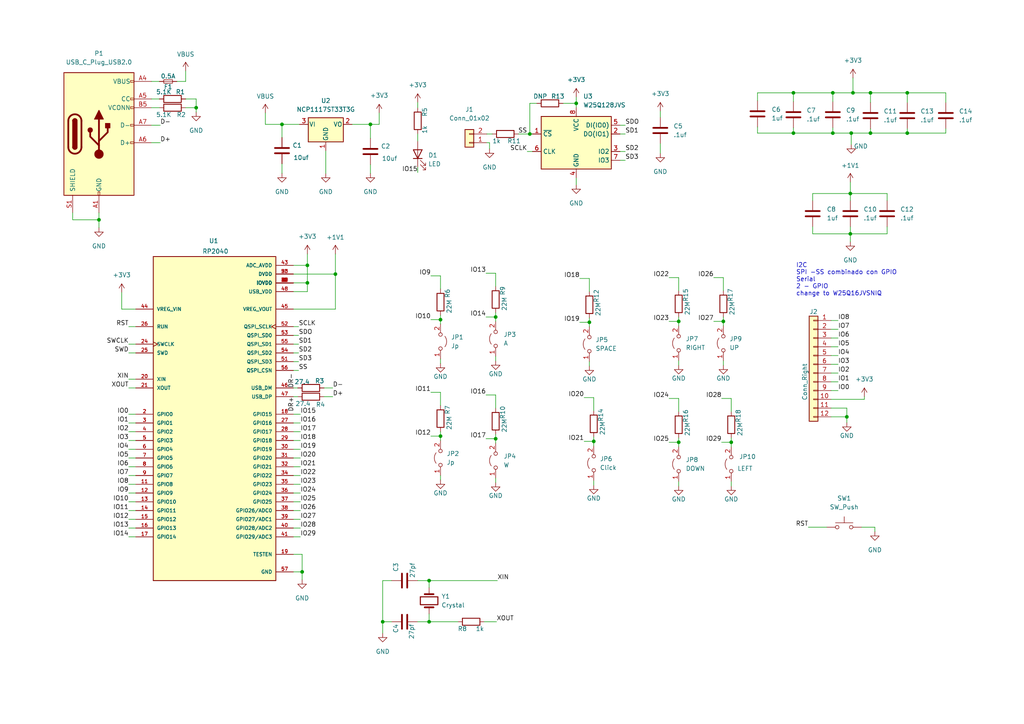
<source format=kicad_sch>
(kicad_sch (version 20211123) (generator eeschema)
  (paper "A4")
  (lib_symbols
    (symbol "Connector:USB_C_Plug_USB2.0" (pin_names (offset 1.016))
      (property "Reference" "P" (at -10.16 19.05 0))
      (property "Value" "USB_C_Plug_USB2.0" (at 12.7 19.05 0))
      (symbol "USB_C_Plug_USB2.0_1_1"
        (pin passive line (at 0 -22.86 90) (length 5.08) (name "GND") (number "A1"))
        (pin passive line (at 0 -22.86 90) (length 5.08) hide (name "GND") (number "A12"))
        (pin passive line (at 15.24 15.24 180) (length 5.08) (name "VBUS") (number "A4"))
        (pin bidirectional line (at 15.24 10.16 180) (length 5.08) (name "CC") (number "A5"))
        (pin bidirectional line (at 15.24 -2.54 180) (length 5.08) (name "D+") (number "A6"))
        (pin bidirectional line (at 15.24 2.54 180) (length 5.08) (name "D-") (number "A7"))
        (pin passive line (at 15.24 15.24 180) (length 5.08) hide (name "VBUS") (number "A9"))
        (pin passive line (at 0 -22.86 90) (length 5.08) hide (name "GND") (number "B1"))
        (pin passive line (at 0 -22.86 90) (length 5.08) hide (name "GND") (number "B12"))
        (pin passive line (at 15.24 15.24 180) (length 5.08) hide (name "VBUS") (number "B4"))
        (pin bidirectional line (at 15.24 7.62 180) (length 5.08) (name "VCONN") (number "B5"))
        (pin passive line (at 15.24 15.24 180) (length 5.08) hide (name "VBUS") (number "B9"))
        (pin passive line (at -7.62 -22.86 90) (length 5.08) (name "SHIELD") (number "S1"))
      )
    )
    (symbol "Connector_Generic:Conn_01x02" (pin_names (offset 1.016) hide)
      (property "Reference" "J" (at 0 2.54 0))
      (property "Value" "Conn_01x02" (at 0 -5.08 0))
      (symbol "Conn_01x02_1_1"
        (pin passive line (at -5.08 0 0) (length 3.81) (name "Pin_1") (number "1"))
        (pin passive line (at -5.08 -2.54 0) (length 3.81) (name "Pin_2") (number "2"))
      )
    )
    (symbol "Connector_Generic:Conn_01x12" (pin_names (offset 1.016) hide)
      (property "Reference" "J" (at 0 15.24 0))
      (property "Value" "Conn_01x12" (at 0 -17.78 0))
      (symbol "Conn_01x12_1_1"
        (pin passive line (at -5.08 12.7 0) (length 3.81) (name "Pin_1") (number "1"))
        (pin passive line (at -5.08 -10.16 0) (length 3.81) (name "Pin_10") (number "10"))
        (pin passive line (at -5.08 -12.7 0) (length 3.81) (name "Pin_11") (number "11"))
        (pin passive line (at -5.08 -15.24 0) (length 3.81) (name "Pin_12") (number "12"))
        (pin passive line (at -5.08 10.16 0) (length 3.81) (name "Pin_2") (number "2"))
        (pin passive line (at -5.08 7.62 0) (length 3.81) (name "Pin_3") (number "3"))
        (pin passive line (at -5.08 5.08 0) (length 3.81) (name "Pin_4") (number "4"))
        (pin passive line (at -5.08 2.54 0) (length 3.81) (name "Pin_5") (number "5"))
        (pin passive line (at -5.08 0 0) (length 3.81) (name "Pin_6") (number "6"))
        (pin passive line (at -5.08 -2.54 0) (length 3.81) (name "Pin_7") (number "7"))
        (pin passive line (at -5.08 -5.08 0) (length 3.81) (name "Pin_8") (number "8"))
        (pin passive line (at -5.08 -7.62 0) (length 3.81) (name "Pin_9") (number "9"))
      )
    )
    (symbol "Device:C" (pin_numbers hide) (pin_names (offset 0.254))
      (property "Reference" "C" (at 0.635 2.54 0))
      (property "Value" "C" (at 0.635 -2.54 0))
      (symbol "C_1_1"
        (pin passive line (at 0 3.81 270) (length 2.794) (name "~") (number "1"))
        (pin passive line (at 0 -3.81 90) (length 2.794) (name "~") (number "2"))
      )
    )
    (symbol "Device:Crystal" (pin_numbers hide) (pin_names (offset 1.016) hide)
      (property "Reference" "Y" (at 0 3.81 0))
      (property "Value" "Crystal" (at 0 -3.81 0))
      (symbol "Crystal_1_1"
        (pin passive line (at -3.81 0 0) (length 1.27) (name "1") (number "1"))
        (pin passive line (at 3.81 0 180) (length 1.27) (name "2") (number "2"))
      )
    )
    (symbol "Device:Fuse_Small" (pin_numbers hide) (pin_names (offset 0.254) hide)
      (property "Reference" "F" (at 0 -1.524 0))
      (property "Value" "Fuse_Small" (at 0 1.524 0))
      (symbol "Fuse_Small_1_1"
        (pin passive line (at -2.54 0 0) (length 1.27) (name "~") (number "1"))
        (pin passive line (at 2.54 0 180) (length 1.27) (name "~") (number "2"))
      )
    )
    (symbol "Device:LED" (pin_numbers hide) (pin_names (offset 1.016) hide)
      (property "Reference" "D" (at 0 2.54 0))
      (property "Value" "LED" (at 0 -2.54 0))
      (symbol "LED_1_1"
        (pin passive line (at -3.81 0 0) (length 2.54) (name "K") (number "1"))
        (pin passive line (at 3.81 0 180) (length 2.54) (name "A") (number "2"))
      )
    )
    (symbol "Device:R" (pin_numbers hide) (pin_names (offset 0))
      (property "Reference" "R" (at 2.032 0 90))
      (property "Value" "R" (at 0 0 90))
      (symbol "R_1_1"
        (pin passive line (at 0 3.81 270) (length 1.27) (name "~") (number "1"))
        (pin passive line (at 0 -3.81 90) (length 1.27) (name "~") (number "2"))
      )
    )
    (symbol "Jumper:Jumper_2_Open" (pin_names (offset 0) hide)
      (property "Reference" "JP" (at 0 2.794 0))
      (property "Value" "Jumper_2_Open" (at 0 -2.286 0))
      (symbol "Jumper_2_Open_1_1"
        (pin passive line (at -5.08 0 0) (length 2.54) (name "A") (number "1"))
        (pin passive line (at 5.08 0 180) (length 2.54) (name "B") (number "2"))
      )
    )
    (symbol "Memory_Flash:W25Q128JVS"
      (property "Reference" "U" (at -8.89 8.89 0))
      (property "Value" "W25Q128JVS" (at 7.62 8.89 0))
      (symbol "W25Q128JVS_1_1"
        (pin input line (at -12.7 2.54 0) (length 2.54) (name "~{CS}") (number "1"))
        (pin bidirectional line (at 12.7 2.54 180) (length 2.54) (name "DO(IO1)") (number "2"))
        (pin bidirectional line (at 12.7 -2.54 180) (length 2.54) (name "IO2") (number "3"))
        (pin power_in line (at 0 -10.16 90) (length 2.54) (name "GND") (number "4"))
        (pin bidirectional line (at 12.7 5.08 180) (length 2.54) (name "DI(IO0)") (number "5"))
        (pin input line (at -12.7 -2.54 0) (length 2.54) (name "CLK") (number "6"))
        (pin bidirectional line (at 12.7 -5.08 180) (length 2.54) (name "IO3") (number "7"))
        (pin power_in line (at 0 10.16 270) (length 2.54) (name "VCC") (number "8"))
      )
    )
    (symbol "RP2040:RP2040" (pin_names (offset 1.016))
      (property "Reference" "U" (at -17.78 50.8 0))
      (property "Value" "RP2040" (at -17.78 -48.26 0))
      (symbol "RP2040_0_0"
        (pin power_in line (at 22.86 40.64 180) (length 5.08) (name "IOVDD") (number "1"))
        (pin power_in line (at 22.86 40.64 180) (length 5.08) (name "IOVDD") (number "10"))
        (pin bidirectional line (at -22.86 -17.78 0) (length 5.08) (name "GPIO8") (number "11"))
        (pin bidirectional line (at -22.86 -20.32 0) (length 5.08) (name "GPIO9") (number "12"))
        (pin bidirectional line (at -22.86 -22.86 0) (length 5.08) (name "GPIO10") (number "13"))
        (pin bidirectional line (at -22.86 -25.4 0) (length 5.08) (name "GPIO11") (number "14"))
        (pin bidirectional line (at -22.86 -27.94 0) (length 5.08) (name "GPIO12") (number "15"))
        (pin bidirectional line (at -22.86 -30.48 0) (length 5.08) (name "GPIO13") (number "16"))
        (pin bidirectional line (at -22.86 -33.02 0) (length 5.08) (name "GPIO14") (number "17"))
        (pin bidirectional line (at 22.86 2.54 180) (length 5.08) (name "GPIO15") (number "18"))
        (pin passive line (at 22.86 -38.1 180) (length 5.08) (name "TESTEN") (number "19"))
        (pin bidirectional line (at -22.86 2.54 0) (length 5.08) (name "GPIO0") (number "2"))
        (pin input line (at -22.86 12.7 0) (length 5.08) (name "XIN") (number "20"))
        (pin output line (at -22.86 10.16 0) (length 5.08) (name "XOUT") (number "21"))
        (pin power_in line (at 22.86 40.64 180) (length 5.08) (name "IOVDD") (number "22"))
        (pin power_in line (at 22.86 43.18 180) (length 5.08) (name "DVDD") (number "23"))
        (pin input clock (at -22.86 22.86 0) (length 5.08) (name "SWCLK") (number "24"))
        (pin bidirectional line (at -22.86 20.32 0) (length 5.08) (name "SWD") (number "25"))
        (pin input line (at -22.86 27.94 0) (length 5.08) (name "RUN") (number "26"))
        (pin bidirectional line (at 22.86 0 180) (length 5.08) (name "GPIO16") (number "27"))
        (pin bidirectional line (at 22.86 -2.54 180) (length 5.08) (name "GPIO17") (number "28"))
        (pin bidirectional line (at 22.86 -5.08 180) (length 5.08) (name "GPIO18") (number "29"))
        (pin bidirectional line (at -22.86 0 0) (length 5.08) (name "GPIO1") (number "3"))
        (pin bidirectional line (at 22.86 -7.62 180) (length 5.08) (name "GPIO19") (number "30"))
        (pin bidirectional line (at 22.86 -10.16 180) (length 5.08) (name "GPIO20") (number "31"))
        (pin bidirectional line (at 22.86 -12.7 180) (length 5.08) (name "GPIO21") (number "32"))
        (pin power_in line (at 22.86 40.64 180) (length 5.08) (name "IOVDD") (number "33"))
        (pin bidirectional line (at 22.86 -15.24 180) (length 5.08) (name "GPIO22") (number "34"))
        (pin bidirectional line (at 22.86 -17.78 180) (length 5.08) (name "GPIO23") (number "35"))
        (pin bidirectional line (at 22.86 -20.32 180) (length 5.08) (name "GPIO24") (number "36"))
        (pin bidirectional line (at 22.86 -22.86 180) (length 5.08) (name "GPIO25") (number "37"))
        (pin bidirectional line (at 22.86 -25.4 180) (length 5.08) (name "GPIO26/ADC0") (number "38"))
        (pin bidirectional line (at 22.86 -27.94 180) (length 5.08) (name "GPIO27/ADC1") (number "39"))
        (pin bidirectional line (at -22.86 -2.54 0) (length 5.08) (name "GPIO2") (number "4"))
        (pin bidirectional line (at 22.86 -30.48 180) (length 5.08) (name "GPIO28/ADC2") (number "40"))
        (pin bidirectional line (at 22.86 -33.02 180) (length 5.08) (name "GPIO29/ADC3") (number "41"))
        (pin power_in line (at 22.86 40.64 180) (length 5.08) (name "IOVDD") (number "42"))
        (pin power_in line (at 22.86 45.72 180) (length 5.08) (name "ADC_AVDD") (number "43"))
        (pin input line (at -22.86 33.02 0) (length 5.08) (name "VREG_VIN") (number "44"))
        (pin output line (at 22.86 33.02 180) (length 5.08) (name "VREG_VOUT") (number "45"))
        (pin bidirectional line (at 22.86 10.16 180) (length 5.08) (name "USB_DM") (number "46"))
        (pin bidirectional line (at 22.86 7.62 180) (length 5.08) (name "USB_DP") (number "47"))
        (pin power_in line (at 22.86 38.1 180) (length 5.08) (name "USB_VDD") (number "48"))
        (pin power_in line (at 22.86 40.64 180) (length 5.08) (name "IOVDD") (number "49"))
        (pin bidirectional line (at -22.86 -5.08 0) (length 5.08) (name "GPIO3") (number "5"))
        (pin power_in line (at 22.86 43.18 180) (length 5.08) (name "DVDD") (number "50"))
        (pin bidirectional line (at 22.86 17.78 180) (length 5.08) (name "QSPI_SD3") (number "51"))
        (pin bidirectional clock (at 22.86 27.94 180) (length 5.08) (name "QSPI_SCLK") (number "52"))
        (pin bidirectional line (at 22.86 25.4 180) (length 5.08) (name "QSPI_SD0") (number "53"))
        (pin bidirectional line (at 22.86 20.32 180) (length 5.08) (name "QSPI_SD2") (number "54"))
        (pin bidirectional line (at 22.86 22.86 180) (length 5.08) (name "QSPI_SD1") (number "55"))
        (pin bidirectional line (at 22.86 15.24 180) (length 5.08) (name "QSPI_CSN") (number "56"))
        (pin power_in line (at 22.86 -43.18 180) (length 5.08) (name "GND") (number "57"))
        (pin bidirectional line (at -22.86 -7.62 0) (length 5.08) (name "GPIO4") (number "6"))
        (pin bidirectional line (at -22.86 -10.16 0) (length 5.08) (name "GPIO5") (number "7"))
        (pin bidirectional line (at -22.86 -12.7 0) (length 5.08) (name "GPIO6") (number "8"))
        (pin bidirectional line (at -22.86 -15.24 0) (length 5.08) (name "GPIO7") (number "9"))
      )
    )
    (symbol "Regulator_Linear:NCP1117-3.3_SOT223" (pin_names (offset 0.254))
      (property "Reference" "U" (at -3.81 3.175 0))
      (property "Value" "NCP1117-3.3_SOT223" (at 0 3.175 0))
      (symbol "NCP1117-3.3_SOT223_1_1"
        (pin power_in line (at 0 -7.62 90) (length 2.54) (name "GND") (number "1"))
        (pin power_out line (at 7.62 0 180) (length 2.54) (name "VO") (number "2"))
        (pin power_in line (at -7.62 0 0) (length 2.54) (name "VI") (number "3"))
      )
    )
    (symbol "Switch:SW_Push" (pin_numbers hide) (pin_names (offset 1.016) hide)
      (property "Reference" "SW" (at 1.27 2.54 0))
      (property "Value" "SW_Push" (at 0 -1.524 0))
      (symbol "SW_Push_0_1"
        (pin passive line (at -5.08 0 0) (length 2.54) (name "1") (number "1"))
        (pin passive line (at 5.08 0 180) (length 2.54) (name "2") (number "2"))
      )
    )
    (symbol "power:+1V1" (power) (pin_names (offset 0))
      (property "Value" "+1V1" (at 0 3.556 0))
      (symbol "+1V1_1_1"
        (pin power_in line (at 0 0 90) (length 0) hide (name "+1V1") (number "1"))
      )
    )
    (symbol "power:+3.3V" (power) (pin_names (offset 0))
      (property "Value" "+3.3V" (at 0 3.556 0))
      (symbol "+3.3V_1_1"
        (pin power_in line (at 0 0 90) (length 0) hide (name "+3V3") (number "1"))
      )
    )
    (symbol "power:GND" (power) (pin_names (offset 0))
      (property "Value" "GND" (at 0 -3.81 0))
      (symbol "GND_1_1"
        (pin power_in line (at 0 0 270) (length 0) hide (name "GND") (number "1"))
      )
    )
    (symbol "power:VBUS" (power) (pin_names (offset 0))
      (property "Value" "VBUS" (at 0 3.81 0))
      (symbol "VBUS_1_1"
        (pin power_in line (at 0 0 90) (length 0) hide (name "VBUS") (number "1"))
      )
    )
  )
  (junction (at 143.764 91.948))
  (junction (at 241.554 26.924))
  (junction (at 89.154 82.042))
  (junction (at 97.282 79.502))
  (junction (at 209.804 93.218))
  (junction (at 81.788 36.068))
  (junction (at 230.124 38.608))
  (junction (at 245.618 120.904))
  (junction (at 28.702 63.754))
  (junction (at 153.67 38.862))
  (junction (at 89.154 76.962))
  (junction (at 263.144 38.608))
  (junction (at 263.144 26.924))
  (junction (at 143.764 127.254))
  (junction (at 124.46 180.34))
  (junction (at 170.942 93.472))
  (junction (at 87.63 165.862))
  (junction (at 241.554 38.608))
  (junction (at 107.442 36.068))
  (junction (at 252.476 26.924))
  (junction (at 127.762 126.492))
  (junction (at 127.762 92.71))
  (junction (at 124.46 168.402))
  (junction (at 172.212 128.016))
  (junction (at 246.634 56.134))
  (junction (at 56.896 31.242))
  (junction (at 196.85 128.27))
  (junction (at 246.634 67.818))
  (junction (at 196.85 93.218))
  (junction (at 230.124 26.924))
  (junction (at 110.998 180.34))
  (junction (at 212.09 128.27))
  (junction (at 247.396 26.924))
  (junction (at 252.476 38.608))
  (junction (at 167.132 29.972))
  (junction (at 246.888 38.608))
  (wire (pts (xy 246.634 67.818) (xy 235.712 67.818)))
  (wire (pts (xy 85.09 137.922) (xy 87.122 137.922)))
  (wire (pts (xy 85.09 150.622) (xy 87.122 150.622)))
  (wire (pts (xy 143.764 103.378) (xy 143.764 104.648)))
  (wire (pts (xy 209.296 128.27) (xy 212.09 128.27)))
  (wire (pts (xy 141.224 38.862) (xy 142.748 38.862)))
  (wire (pts (xy 85.09 89.662) (xy 97.282 89.662)))
  (wire (pts (xy 143.764 127.254) (xy 143.764 128.524)))
  (wire (pts (xy 230.124 38.608) (xy 241.554 38.608)))
  (wire (pts (xy 85.09 155.702) (xy 87.122 155.702)))
  (wire (pts (xy 53.848 20.574) (xy 53.848 23.622)))
  (wire (pts (xy 241.046 95.504) (xy 243.078 95.504)))
  (wire (pts (xy 246.634 56.134) (xy 246.634 58.166)))
  (wire (pts (xy 37.338 153.162) (xy 39.37 153.162)))
  (wire (pts (xy 194.056 115.57) (xy 196.85 115.57)))
  (wire (pts (xy 124.968 80.01) (xy 127.762 80.01)))
  (wire (pts (xy 263.144 26.924) (xy 274.32 26.924)))
  (wire (pts (xy 85.09 145.542) (xy 87.122 145.542)))
  (wire (pts (xy 241.046 115.824) (xy 250.698 115.824)))
  (wire (pts (xy 121.158 38.862) (xy 121.158 40.894)))
  (wire (pts (xy 85.09 153.162) (xy 87.122 153.162)))
  (wire (pts (xy 170.942 104.902) (xy 170.942 106.172)))
  (wire (pts (xy 241.554 26.924) (xy 247.396 26.924)))
  (wire (pts (xy 143.764 138.684) (xy 143.764 139.954)))
  (wire (pts (xy 37.338 127.762) (xy 39.37 127.762)))
  (wire (pts (xy 167.132 51.562) (xy 167.132 53.594)))
  (wire (pts (xy 252.476 38.608) (xy 263.144 38.608)))
  (wire (pts (xy 153.67 29.972) (xy 153.67 38.862)))
  (wire (pts (xy 97.282 79.502) (xy 97.282 89.662)))
  (wire (pts (xy 37.338 155.702) (xy 39.37 155.702)))
  (wire (pts (xy 85.09 79.502) (xy 97.282 79.502)))
  (wire (pts (xy 124.968 92.71) (xy 127.762 92.71)))
  (wire (pts (xy 212.09 127) (xy 212.09 128.27)))
  (wire (pts (xy 196.85 93.218) (xy 196.85 94.488)))
  (wire (pts (xy 230.124 37.084) (xy 230.124 38.608)))
  (wire (pts (xy 196.85 91.948) (xy 196.85 93.218)))
  (wire (pts (xy 246.634 67.818) (xy 246.634 70.104)))
  (wire (pts (xy 37.338 120.142) (xy 39.37 120.142)))
  (wire (pts (xy 85.09 135.382) (xy 87.122 135.382)))
  (wire (pts (xy 85.09 122.682) (xy 87.122 122.682)))
  (wire (pts (xy 191.516 32.258) (xy 191.516 34.036)))
  (wire (pts (xy 37.338 148.082) (xy 39.37 148.082)))
  (wire (pts (xy 76.962 32.766) (xy 76.962 36.068)))
  (wire (pts (xy 246.634 65.786) (xy 246.634 67.818)))
  (wire (pts (xy 107.442 47.752) (xy 107.442 50.292)))
  (wire (pts (xy 230.124 38.608) (xy 219.71 38.608)))
  (wire (pts (xy 235.712 58.166) (xy 235.712 56.134)))
  (wire (pts (xy 252.476 26.924) (xy 263.144 26.924)))
  (wire (pts (xy 28.702 63.754) (xy 28.702 66.04)))
  (wire (pts (xy 230.124 29.464) (xy 230.124 26.924)))
  (wire (pts (xy 196.85 104.648) (xy 196.85 105.918)))
  (wire (pts (xy 85.09 104.902) (xy 86.614 104.902)))
  (wire (pts (xy 194.056 80.518) (xy 196.85 80.518)))
  (wire (pts (xy 245.618 120.904) (xy 245.618 122.555)))
  (wire (pts (xy 241.046 118.364) (xy 245.618 118.364)))
  (wire (pts (xy 127.762 117.602) (xy 127.762 113.792)))
  (wire (pts (xy 230.124 26.924) (xy 241.554 26.924)))
  (wire (pts (xy 107.442 40.132) (xy 107.442 36.068)))
  (wire (pts (xy 241.046 100.584) (xy 243.078 100.584)))
  (wire (pts (xy 121.158 180.34) (xy 124.46 180.34)))
  (wire (pts (xy 241.046 103.124) (xy 243.078 103.124)))
  (wire (pts (xy 209.804 91.948) (xy 209.804 93.218)))
  (wire (pts (xy 212.09 128.27) (xy 212.09 129.54)))
  (wire (pts (xy 155.702 29.972) (xy 153.67 29.972)))
  (wire (pts (xy 209.804 104.648) (xy 209.804 105.918)))
  (wire (pts (xy 252.476 37.338) (xy 252.476 38.608)))
  (wire (pts (xy 85.09 160.782) (xy 87.63 160.782)))
  (wire (pts (xy 241.046 108.204) (xy 243.078 108.204)))
  (wire (pts (xy 241.554 38.608) (xy 246.888 38.608)))
  (wire (pts (xy 257.302 56.134) (xy 257.302 58.166)))
  (wire (pts (xy 110.998 180.34) (xy 110.998 168.402)))
  (wire (pts (xy 141.986 43.18) (xy 141.986 41.402)))
  (wire (pts (xy 170.942 84.582) (xy 170.942 80.772)))
  (wire (pts (xy 37.338 137.922) (xy 39.37 137.922)))
  (wire (pts (xy 37.338 99.822) (xy 39.37 99.822)))
  (wire (pts (xy 168.148 80.772) (xy 170.942 80.772)))
  (wire (pts (xy 219.71 26.924) (xy 230.124 26.924)))
  (wire (pts (xy 110.998 183.642) (xy 110.998 180.34)))
  (wire (pts (xy 37.338 125.222) (xy 39.37 125.222)))
  (wire (pts (xy 35.306 89.662) (xy 39.37 89.662)))
  (wire (pts (xy 257.302 65.786) (xy 257.302 67.818)))
  (wire (pts (xy 127.762 137.922) (xy 127.762 139.192)))
  (wire (pts (xy 85.09 102.362) (xy 86.614 102.362)))
  (wire (pts (xy 127.762 83.82) (xy 127.762 80.01)))
  (wire (pts (xy 235.712 67.818) (xy 235.712 65.786)))
  (wire (pts (xy 81.788 47.498) (xy 81.788 50.292)))
  (wire (pts (xy 172.212 119.126) (xy 172.212 115.316)))
  (wire (pts (xy 163.322 29.972) (xy 167.132 29.972)))
  (wire (pts (xy 141.986 41.402) (xy 141.224 41.402)))
  (wire (pts (xy 85.09 165.862) (xy 87.63 165.862)))
  (wire (pts (xy 110.998 168.402) (xy 113.538 168.402)))
  (wire (pts (xy 143.764 83.058) (xy 143.764 79.248)))
  (wire (pts (xy 263.144 26.924) (xy 263.144 29.718)))
  (wire (pts (xy 241.554 37.084) (xy 241.554 38.608)))
  (wire (pts (xy 109.982 32.766) (xy 109.982 36.068)))
  (wire (pts (xy 37.338 135.382) (xy 39.37 135.382)))
  (wire (pts (xy 194.056 128.27) (xy 196.85 128.27)))
  (wire (pts (xy 247.396 22.606) (xy 247.396 26.924)))
  (wire (pts (xy 140.97 91.948) (xy 143.764 91.948)))
  (wire (pts (xy 37.338 145.542) (xy 39.37 145.542)))
  (wire (pts (xy 196.85 128.27) (xy 196.85 129.54)))
  (wire (pts (xy 274.32 29.718) (xy 274.32 26.924)))
  (wire (pts (xy 21.082 61.722) (xy 21.082 63.754)))
  (wire (pts (xy 241.046 105.664) (xy 243.078 105.664)))
  (wire (pts (xy 250.698 115.824) (xy 250.698 115.062)))
  (wire (pts (xy 207.01 80.518) (xy 209.804 80.518)))
  (wire (pts (xy 53.848 23.622) (xy 51.308 23.622)))
  (wire (pts (xy 127.762 126.492) (xy 127.762 127.762)))
  (wire (pts (xy 37.338 122.682) (xy 39.37 122.682)))
  (wire (pts (xy 143.764 118.364) (xy 143.764 114.554)))
  (wire (pts (xy 124.968 126.492) (xy 127.762 126.492)))
  (wire (pts (xy 196.85 127) (xy 196.85 128.27)))
  (wire (pts (xy 121.158 48.514) (xy 121.158 50.038)))
  (wire (pts (xy 85.09 132.842) (xy 87.122 132.842)))
  (wire (pts (xy 167.132 29.972) (xy 167.132 31.242)))
  (wire (pts (xy 85.09 148.082) (xy 87.122 148.082)))
  (wire (pts (xy 56.896 28.702) (xy 56.896 31.242)))
  (wire (pts (xy 35.306 84.836) (xy 35.306 89.662)))
  (wire (pts (xy 124.46 180.34) (xy 124.46 178.054)))
  (wire (pts (xy 85.09 127.762) (xy 87.122 127.762)))
  (wire (pts (xy 85.09 115.062) (xy 86.36 115.062)))
  (wire (pts (xy 109.982 36.068) (xy 107.442 36.068)))
  (wire (pts (xy 81.788 36.068) (xy 86.868 36.068)))
  (wire (pts (xy 263.144 38.608) (xy 274.32 38.608)))
  (wire (pts (xy 143.764 90.678) (xy 143.764 91.948)))
  (wire (pts (xy 241.046 110.744) (xy 243.078 110.744)))
  (wire (pts (xy 241.046 92.964) (xy 243.078 92.964)))
  (wire (pts (xy 154.432 43.942) (xy 152.908 43.942)))
  (wire (pts (xy 257.302 67.818) (xy 246.634 67.818)))
  (wire (pts (xy 85.09 143.002) (xy 87.122 143.002)))
  (wire (pts (xy 89.154 73.66) (xy 89.154 76.962)))
  (wire (pts (xy 253.746 152.908) (xy 253.746 154.178)))
  (wire (pts (xy 150.368 38.862) (xy 153.67 38.862)))
  (wire (pts (xy 196.85 119.38) (xy 196.85 115.57)))
  (wire (pts (xy 194.056 93.218) (xy 196.85 93.218)))
  (wire (pts (xy 234.442 152.908) (xy 239.776 152.908)))
  (wire (pts (xy 76.962 36.068) (xy 81.788 36.068)))
  (wire (pts (xy 43.942 41.402) (xy 46.482 41.402)))
  (wire (pts (xy 37.338 132.842) (xy 39.37 132.842)))
  (wire (pts (xy 85.09 120.142) (xy 87.122 120.142)))
  (wire (pts (xy 37.338 109.982) (xy 39.37 109.982)))
  (wire (pts (xy 85.09 82.042) (xy 89.154 82.042)))
  (wire (pts (xy 179.832 36.322) (xy 181.356 36.322)))
  (wire (pts (xy 246.634 52.832) (xy 246.634 56.134)))
  (wire (pts (xy 37.338 102.362) (xy 39.37 102.362)))
  (wire (pts (xy 85.09 140.462) (xy 87.122 140.462)))
  (wire (pts (xy 143.764 91.948) (xy 143.764 93.218)))
  (wire (pts (xy 127.762 125.222) (xy 127.762 126.492)))
  (wire (pts (xy 89.154 82.042) (xy 89.154 84.582)))
  (wire (pts (xy 196.85 84.328) (xy 196.85 80.518)))
  (wire (pts (xy 124.46 168.402) (xy 144.272 168.402)))
  (wire (pts (xy 132.842 180.34) (xy 124.46 180.34)))
  (wire (pts (xy 85.09 130.302) (xy 87.122 130.302)))
  (wire (pts (xy 85.09 99.822) (xy 86.614 99.822)))
  (wire (pts (xy 246.888 38.608) (xy 246.888 41.91)))
  (wire (pts (xy 246.634 56.134) (xy 257.302 56.134)))
  (wire (pts (xy 127.762 92.71) (xy 127.762 93.98)))
  (wire (pts (xy 93.98 112.522) (xy 96.52 112.522)))
  (wire (pts (xy 37.338 150.622) (xy 39.37 150.622)))
  (wire (pts (xy 172.212 128.016) (xy 172.212 129.286)))
  (wire (pts (xy 37.338 140.462) (xy 39.37 140.462)))
  (wire (pts (xy 209.804 84.328) (xy 209.804 80.518)))
  (wire (pts (xy 121.158 168.402) (xy 124.46 168.402)))
  (wire (pts (xy 140.97 127.254) (xy 143.764 127.254)))
  (wire (pts (xy 85.09 125.222) (xy 87.122 125.222)))
  (wire (pts (xy 241.554 26.924) (xy 241.554 29.464)))
  (wire (pts (xy 246.888 38.608) (xy 252.476 38.608)))
  (wire (pts (xy 169.418 115.316) (xy 172.212 115.316)))
  (wire (pts (xy 212.09 119.38) (xy 212.09 115.57)))
  (wire (pts (xy 179.832 46.482) (xy 181.356 46.482)))
  (wire (pts (xy 167.132 28.194) (xy 167.132 29.972)))
  (wire (pts (xy 110.998 180.34) (xy 113.538 180.34)))
  (wire (pts (xy 37.338 130.302) (xy 39.37 130.302)))
  (wire (pts (xy 56.896 31.242) (xy 56.896 32.512)))
  (wire (pts (xy 89.154 76.962) (xy 89.154 82.042)))
  (wire (pts (xy 37.338 94.742) (xy 39.37 94.742)))
  (wire (pts (xy 85.09 97.282) (xy 86.614 97.282)))
  (wire (pts (xy 85.09 94.742) (xy 86.614 94.742)))
  (wire (pts (xy 249.936 152.908) (xy 253.746 152.908)))
  (wire (pts (xy 263.144 37.338) (xy 263.144 38.608)))
  (wire (pts (xy 85.09 76.962) (xy 89.154 76.962)))
  (wire (pts (xy 28.702 61.722) (xy 28.702 63.754)))
  (wire (pts (xy 21.082 63.754) (xy 28.702 63.754)))
  (wire (pts (xy 245.618 120.904) (xy 245.618 118.364)))
  (wire (pts (xy 170.942 93.472) (xy 170.942 94.742)))
  (wire (pts (xy 209.296 115.57) (xy 212.09 115.57)))
  (wire (pts (xy 241.046 113.284) (xy 243.078 113.284)))
  (wire (pts (xy 37.338 143.002) (xy 39.37 143.002)))
  (wire (pts (xy 43.942 28.702) (xy 46.228 28.702)))
  (wire (pts (xy 127.762 104.14) (xy 127.762 105.41)))
  (wire (pts (xy 97.282 73.66) (xy 97.282 79.502)))
  (wire (pts (xy 179.832 43.942) (xy 181.356 43.942)))
  (wire (pts (xy 87.63 160.782) (xy 87.63 165.862)))
  (wire (pts (xy 85.09 112.522) (xy 86.36 112.522)))
  (wire (pts (xy 169.418 128.016) (xy 172.212 128.016)))
  (wire (pts (xy 191.516 41.656) (xy 191.516 44.45)))
  (wire (pts (xy 140.97 114.554) (xy 143.764 114.554)))
  (wire (pts (xy 235.712 56.134) (xy 246.634 56.134)))
  (wire (pts (xy 124.46 170.434) (xy 124.46 168.402)))
  (wire (pts (xy 196.85 139.7) (xy 196.85 140.97)))
  (wire (pts (xy 43.942 36.322) (xy 46.482 36.322)))
  (wire (pts (xy 209.804 93.218) (xy 209.804 94.488)))
  (wire (pts (xy 43.942 23.622) (xy 46.228 23.622)))
  (wire (pts (xy 172.212 139.446) (xy 172.212 140.716)))
  (wire (pts (xy 140.462 180.34) (xy 144.018 180.34)))
  (wire (pts (xy 124.968 113.792) (xy 127.762 113.792)))
  (wire (pts (xy 207.01 93.218) (xy 209.804 93.218)))
  (wire (pts (xy 53.848 31.242) (xy 56.896 31.242)))
  (wire (pts (xy 143.764 125.984) (xy 143.764 127.254)))
  (wire (pts (xy 93.98 115.062) (xy 96.52 115.062)))
  (wire (pts (xy 87.63 165.862) (xy 87.63 168.148)))
  (wire (pts (xy 172.212 126.746) (xy 172.212 128.016)))
  (wire (pts (xy 219.71 38.608) (xy 219.71 36.83)))
  (wire (pts (xy 219.71 29.21) (xy 219.71 26.924)))
  (wire (pts (xy 179.832 38.862) (xy 181.356 38.862)))
  (wire (pts (xy 140.97 79.248) (xy 143.764 79.248)))
  (wire (pts (xy 212.09 139.7) (xy 212.09 140.97)))
  (wire (pts (xy 274.32 38.608) (xy 274.32 37.338)))
  (wire (pts (xy 121.158 29.718) (xy 121.158 31.242)))
  (wire (pts (xy 154.432 38.862) (xy 153.67 38.862)))
  (wire (pts (xy 127.762 91.44) (xy 127.762 92.71)))
  (wire (pts (xy 102.108 36.068) (xy 107.442 36.068)))
  (wire (pts (xy 43.942 31.242) (xy 46.228 31.242)))
  (wire (pts (xy 241.046 98.044) (xy 243.078 98.044)))
  (wire (pts (xy 81.788 39.878) (xy 81.788 36.068)))
  (wire (pts (xy 252.476 26.924) (xy 252.476 29.718)))
  (wire (pts (xy 85.09 107.442) (xy 86.614 107.442)))
  (wire (pts (xy 85.09 84.582) (xy 89.154 84.582)))
  (wire (pts (xy 247.396 26.924) (xy 252.476 26.924)))
  (wire (pts (xy 94.488 43.688) (xy 94.488 50.292)))
  (wire (pts (xy 241.046 120.904) (xy 245.618 120.904)))
  (wire (pts (xy 168.148 93.472) (xy 170.942 93.472)))
  (wire (pts (xy 37.338 112.522) (xy 39.37 112.522)))
  (wire (pts (xy 170.942 92.202) (xy 170.942 93.472)))
  (wire (pts (xy 53.848 28.702) (xy 56.896 28.702)))
  (text "I2C\nSPI -SS combinado con GPIO\nSerial\n2 - GPIO\nchange to W25Q16JVSNIQ" (at 230.886 85.979 0) (effects (font (size 1.27 1.27)) (justify left bottom)))
  (label "IO11" (at 37.338 148.082 180))
  (label "SD3" (at 181.356 46.482 0))
  (label "IO8" (at 243.078 92.964 0))
  (label "IO15" (at 87.122 120.142 0))
  (label "IO19" (at 168.148 93.472 180))
  (label "SD2" (at 181.356 43.942 0))
  (label "D-" (at 96.52 112.522 0))
  (label "IO11" (at 124.968 113.792 180))
  (label "IO22" (at 194.056 80.518 180))
  (label "SWCLK" (at 37.338 99.822 180))
  (label "IO17" (at 87.122 125.222 0))
  (label "IO21" (at 169.418 128.016 180))
  (label "IO12" (at 37.338 150.622 180))
  (label "IO20" (at 169.418 115.316 180))
  (label "SDO" (at 181.356 36.322 0))
  (label "IO29" (at 87.122 155.702 0))
  (label "IO4" (at 243.078 103.124 0))
  (label "IO9" (at 37.338 143.002 180))
  (label "SWD" (at 37.338 102.362 180))
  (label "IO8" (at 37.338 140.462 180))
  (label "IO13" (at 37.338 153.162 180))
  (label "IO16" (at 87.122 122.682 0))
  (label "XIN" (at 144.272 168.402 0))
  (label "SCLK" (at 152.908 43.942 180))
  (label "RST" (at 37.338 94.742 180))
  (label "IO7" (at 37.338 137.922 180))
  (label "IO3" (at 37.338 127.762 180))
  (label "IO10" (at 124.968 92.71 180))
  (label "SD1" (at 181.356 38.862 0))
  (label "IO1" (at 37.338 122.682 180))
  (label "IO10" (at 37.338 145.542 180))
  (label "SD3" (at 86.614 104.902 0))
  (label "IO5" (at 37.338 132.842 180))
  (label "IO7" (at 243.078 95.504 0))
  (label "IO24" (at 87.122 143.002 0))
  (label "IO28" (at 87.122 153.162 0))
  (label "IO22" (at 87.122 137.922 0))
  (label "IO20" (at 87.122 132.842 0))
  (label "IO0" (at 37.338 120.142 180))
  (label "SS" (at 86.614 107.442 0))
  (label "IO27" (at 207.01 93.218 180))
  (label "IO5" (at 243.078 100.584 0))
  (label "IO4" (at 37.338 130.302 180))
  (label "IO1" (at 243.078 110.744 0))
  (label "IO6" (at 243.078 98.044 0))
  (label "IO15" (at 121.158 50.038 180))
  (label "IO14" (at 37.338 155.702 180))
  (label "IO29" (at 209.296 128.27 180))
  (label "D+" (at 46.482 41.402 0))
  (label "D-" (at 46.482 36.322 0))
  (label "IO23" (at 87.122 140.462 0))
  (label "IO25" (at 87.122 145.542 0))
  (label "IO13" (at 140.97 79.248 180))
  (label "IO26" (at 207.01 80.518 180))
  (label "IO16" (at 140.97 114.554 180))
  (label "SS" (at 152.908 38.862 180))
  (label "IO21" (at 87.122 135.382 0))
  (label "IO18" (at 87.122 127.762 0))
  (label "IO2" (at 37.338 125.222 180))
  (label "IO24" (at 194.056 115.57 180))
  (label "IO25" (at 194.056 128.27 180))
  (label "IO3" (at 243.078 105.664 0))
  (label "XOUT" (at 144.018 180.34 0))
  (label "IO26" (at 87.122 148.082 0))
  (label "IO9" (at 124.968 80.01 180))
  (label "DR+" (at 85.471 115.062 270))
  (label "SD1" (at 86.614 99.822 0))
  (label "SDO" (at 86.614 97.282 0))
  (label "IO23" (at 194.056 93.218 180))
  (label "RST" (at 234.442 152.908 180))
  (label "IO12" (at 124.968 126.492 180))
  (label "IO0" (at 243.078 113.284 0))
  (label "IO17" (at 140.97 127.254 180))
  (label "SD2" (at 86.614 102.362 0))
  (label "IO18" (at 168.148 80.772 180))
  (label "IO28" (at 209.296 115.57 180))
  (label "XOUT" (at 37.338 112.522 180))
  (label "IO6" (at 37.338 135.382 180))
  (label "SCLK" (at 86.614 94.742 0))
  (label "DR-" (at 85.471 112.522 90))
  (label "D+" (at 96.52 115.062 0))
  (label "IO2" (at 243.078 108.204 0))
  (label "IO19" (at 87.122 130.302 0))
  (label "XIN" (at 37.338 109.982 180))
  (label "IO14" (at 140.97 91.948 180))
  (label "IO27" (at 87.122 150.622 0))
  (symbol (lib_id "power:+1V1") (at 246.634 52.832 0) (unit 1)
    (property "Reference" "#PWR033" (effects hide))
    (property "Value" "+1V1" (at 246.634 48.006 0))
  )
  (symbol (lib_id "Jumper:Jumper_2_Open") (at 209.804 99.568 90) (unit 1)
    (property "Reference" "JP9" (at 211.582 98.2979 90) (effects (justify right)))
    (property "Value" "UP" (at 211.582 100.8379 90) (effects (justify right)))
  )
  (symbol (lib_id "Device:C") (at 230.124 33.274 0) (unit 1)
    (property "Reference" "C7" (at 233.934 32.0039 0) (effects (justify left)))
    (property "Value" ".1uf" (at 233.934 34.5439 0) (effects (justify left)))
    (property "Footprint" "Capacitor_SMD:C_0603_1608Metric" (effects hide))
    (property "#LCSC" "C387984" (effects hide))
    (property "Manuf" "0603F104Z160CT" (effects hide))
    (property "MANUFACTURER" "LCSC" (effects hide))
  )
  (symbol (lib_id "Device:R") (at 121.158 35.052 180) (unit 1)
    (property "Reference" "R5" (at 123.19 32.512 90))
    (property "Value" "1k" (at 123.19 37.592 90))
    (property "Footprint" "Resistor_SMD:R_0603_1608Metric" (effects hide))
    (property "#LCSC" "C246023" (effects hide))
    (property "Manuf" "RC0603JR-071K1L" (effects hide))
    (property "MANUFACTURER" "LCSC" (effects hide))
  )
  (symbol (lib_id "Jumper:Jumper_2_Open") (at 172.212 134.366 90) (unit 1)
    (property "Reference" "JP6" (at 173.99 133.0959 90) (effects (justify right)))
    (property "Value" "Click" (at 173.99 135.6359 90) (effects (justify right)))
  )
  (symbol (lib_id "power:+3.3V") (at 35.306 84.836 0) (unit 1)
    (property "Reference" "#PWR02" (effects hide))
    (property "Value" "+3.3V" (at 35.306 79.756 0))
  )
  (symbol (lib_id "Device:C") (at 252.476 33.528 0) (unit 1)
    (property "Reference" "C11" (at 256.286 32.2579 0) (effects (justify left)))
    (property "Value" ".1uf" (at 256.286 34.7979 0) (effects (justify left)))
    (property "Footprint" "Capacitor_SMD:C_0603_1608Metric" (effects hide))
    (property "#LCSC" "C387984" (effects hide))
    (property "Manuf" "0603F104Z160CT" (effects hide))
    (property "MANUFACTURER" "LCSC" (effects hide))
  )
  (symbol (lib_id "power:+3.3V") (at 250.698 115.062 0) (unit 1)
    (property "Reference" "#PWR0102" (effects hide))
    (property "Value" "+3.3V" (at 250.698 109.982 0))
  )
  (symbol (lib_id "power:GND") (at 141.986 43.18 0) (unit 1)
    (property "Reference" "#PWR018" (effects hide))
    (property "Value" "GND" (at 141.986 48.514 0))
  )
  (symbol (lib_id "Jumper:Jumper_2_Open") (at 196.85 134.62 90) (unit 1)
    (property "Reference" "JP8" (at 198.882 133.3499 90) (effects (justify right)))
    (property "Value" "DOWN" (at 198.882 135.8899 90) (effects (justify right)))
  )
  (symbol (lib_id "Device:R") (at 146.558 38.862 90) (unit 1)
    (property "Reference" "R11" (at 149.098 40.894 90))
    (property "Value" "1k" (at 144.018 40.894 90))
    (property "Footprint" "Resistor_SMD:R_0603_1608Metric" (effects hide))
    (property "#LCSC" "C246023" (effects hide))
    (property "Manuf" "RC0603JR-071K1L" (effects hide))
    (property "MANUFACTURER" "LCSC" (effects hide))
  )
  (symbol (lib_id "Device:R") (at 127.762 87.63 180) (unit 1)
    (property "Reference" "R6" (at 129.794 85.09 90))
    (property "Value" "22M " (at 130.302 88.9 90))
    (property "Footprint" "Resistor_SMD:R_0603_1608Metric" (effects hide))
    (property "#LCSC" "C33143" (effects hide))
    (property "Manuf" "0603WAJ0226T5E" (effects hide))
    (property "MANUFACTURER" "LCSC" (effects hide))
  )
  (symbol (lib_id "Device:R") (at 127.762 121.412 180) (unit 1)
    (property "Reference" "R7" (at 129.794 118.872 90))
    (property "Value" "22M " (at 130.302 122.682 90))
    (property "Footprint" "Resistor_SMD:R_0603_1608Metric" (effects hide))
    (property "#LCSC" "C33143" (effects hide))
    (property "Manuf" "0603WAJ0226T5E" (effects hide))
    (property "MANUFACTURER" "LCSC" (effects hide))
  )
  (symbol (lib_id "Jumper:Jumper_2_Open") (at 212.09 134.62 90) (unit 1)
    (property "Reference" "JP10" (at 214.376 132.461 90) (effects (justify right)))
    (property "Value" "LEFT" (at 213.868 135.8899 90) (effects (justify right)))
  )
  (symbol (lib_id "power:GND") (at 191.516 44.45 0) (unit 1)
    (property "Reference" "#PWR030" (effects hide))
    (property "Value" "GND" (at 191.516 49.784 0))
  )
  (symbol (lib_id "Device:Fuse_Small") (at 48.768 23.622 0) (mirror y) (unit 1)
    (property "Reference" "F1" (at 48.768 25.146 0))
    (property "Value" "0.5A" (at 48.768 22.098 0))
    (property "Footprint" "Fuse:Fuse_1812_4532Metric_Pad1.30x3.40mm_HandSolder" (effects hide))
    (property "manf#" "0ZCG0030FF2C" (effects hide))
    (property "Supplier " "Mouser" (effects hide))
  )
  (symbol (lib_id "Device:C") (at 191.516 37.846 0) (unit 1)
    (property "Reference" "C5" (at 195.326 36.5759 0) (effects (justify left)))
    (property "Value" ".1uf" (at 195.326 39.1159 0) (effects (justify left)))
    (property "Footprint" "Capacitor_SMD:C_0603_1608Metric" (effects hide))
    (property "#LCSC" "C387984" (effects hide))
    (property "Manuf" "0603F104Z160CT" (effects hide))
    (property "MANUFACTURER" "LCSC" (effects hide))
  )
  (symbol (lib_id "Device:R") (at 172.212 122.936 180) (unit 1)
    (property "Reference" "R14" (at 174.244 120.396 90))
    (property "Value" "22M " (at 174.752 124.206 90))
    (property "Footprint" "Resistor_SMD:R_0603_1608Metric" (effects hide))
    (property "#LCSC" "C33143" (effects hide))
    (property "Manuf" "0603WAJ0226T5E" (effects hide))
    (property "MANUFACTURER" "LCSC" (effects hide))
  )
  (symbol (lib_id "Device:R") (at 212.09 123.19 180) (unit 1)
    (property "Reference" "R18" (at 214.122 120.65 90))
    (property "Value" "22M " (at 214.63 124.46 90))
    (property "Footprint" "Resistor_SMD:R_0603_1608Metric" (effects hide))
    (property "#LCSC" "C33143" (effects hide))
    (property "Manuf" "0603WAJ0226T5E" (effects hide))
    (property "MANUFACTURER" "LCSC" (effects hide))
  )
  (symbol (lib_id "Jumper:Jumper_2_Open") (at 127.762 99.06 270) (mirror x) (unit 1)
    (property "Reference" "JP1" (at 130.81 97.7899 90) (effects (justify left)))
    (property "Value" "Jp" (at 130.81 100.3299 90) (effects (justify left)))
  )
  (symbol (lib_id "Device:R") (at 209.804 88.138 180) (unit 1)
    (property "Reference" "R17" (at 211.836 85.598 90))
    (property "Value" "22M " (at 212.344 89.408 90))
    (property "Footprint" "Resistor_SMD:R_0603_1608Metric" (effects hide))
    (property "#LCSC" "C33143" (effects hide))
    (property "Manuf" "0603WAJ0226T5E" (effects hide))
    (property "MANUFACTURER" "LCSC" (effects hide))
  )
  (symbol (lib_id "Device:R") (at 50.038 28.702 90) (unit 1)
    (property "Reference" "R1" (at 52.324 26.67 90))
    (property "Value" "5.1K" (at 47.498 26.67 90))
    (property "Footprint" "Resistor_SMD:R_0603_1608Metric" (effects hide))
    (property "#LCSC" "C131715" (effects hide))
    (property "Manuf" "RK73B1JTTD512J" (effects hide))
    (property "MANUFACTURER" "LCSC" (effects hide))
  )
  (symbol (lib_id "Switch:SW_Push") (at 244.856 152.908 0) (unit 1)
    (property "Reference" "SW1" (at 244.856 144.526 0))
    (property "Value" "SW_Push" (at 244.856 147.066 0))
    (property "Footprint" "Button_Switch_SMD:SW_SPST_TL3342" (effects hide))
    (property "Manuf" "TS-1185EC-C-D-B" (effects hide))
    (property "MANUFACTURER" "LCSC" (effects hide))
    (property "#LCSC" "C318893" (effects hide))
  )
  (symbol (lib_id "Device:C") (at 241.554 33.274 0) (unit 1)
    (property "Reference" "C9" (at 245.364 32.0039 0) (effects (justify left)))
    (property "Value" ".1uf" (at 245.364 34.5439 0) (effects (justify left)))
    (property "Footprint" "Capacitor_SMD:C_0603_1608Metric" (effects hide))
    (property "#LCSC" "C387984" (effects hide))
    (property "Manuf" "0603F104Z160CT" (effects hide))
    (property "MANUFACTURER" "LCSC" (effects hide))
  )
  (symbol (lib_id "Device:R") (at 159.512 29.972 90) (unit 1)
    (property "Reference" "R13" (at 161.798 27.94 90))
    (property "Value" "DNP" (at 156.718 27.94 90))
    (property "#LCSC" "---" (effects hide))
    (property "Manuf" "---" (effects hide))
    (property "MANUFACTURER" "---" (effects hide))
  )
  (symbol (lib_id "power:GND") (at 245.618 122.555 0) (unit 1)
    (property "Reference" "#PWR0103" (effects hide))
    (property "Value" "GND" (at 245.618 126.365 0))
  )
  (symbol (lib_id "power:GND") (at 212.09 140.97 0) (unit 1)
    (property "Reference" "#PWR028" (effects hide))
    (property "Value" "GND" (at 212.09 144.78 0))
  )
  (symbol (lib_id "Device:R") (at 196.85 123.19 180) (unit 1)
    (property "Reference" "R16" (at 198.882 120.65 90))
    (property "Value" "22M " (at 199.39 124.46 90))
    (property "Footprint" "Resistor_SMD:R_0603_1608Metric" (effects hide))
    (property "#LCSC" "C33143" (effects hide))
    (property "Manuf" "0603WAJ0226T5E" (effects hide))
    (property "MANUFACTURER" "LCSC" (effects hide))
  )
  (symbol (lib_id "power:GND") (at 246.888 41.91 0) (unit 1)
    (property "Reference" "#PWR035" (effects hide))
    (property "Value" "GND" (at 249.682 42.418 0))
  )
  (symbol (lib_id "power:+3.3V") (at 247.396 22.606 0) (unit 1)
    (property "Reference" "#PWR036" (effects hide))
    (property "Value" "+3.3V" (at 247.396 17.526 0))
  )
  (symbol (lib_id "power:GND") (at 209.804 105.918 0) (unit 1)
    (property "Reference" "#PWR027" (effects hide))
    (property "Value" "GND" (at 209.804 109.728 0))
  )
  (symbol (lib_id "Device:Crystal") (at 124.46 174.244 270) (unit 1)
    (property "Reference" "Y1" (at 128.016 172.9739 90) (effects (justify left)))
    (property "Value" "Crystal" (at 128.016 175.5139 90) (effects (justify left)))
    (property "Footprint" "Crystal:Crystal_SMD_5032-2Pin_5.0x3.2mm_HandSoldering" (effects hide))
    (property "Datasheet" "https://www.mouser.mx/datasheet/2/122/ecx_53r-17605.pdf1664338.pdf" (effects hide))
    (property "Manuf" "ECS-120-18-30-JGN-TR" (effects hide))
    (property "MANUFACTURER" "Mouser" (effects hide))
  )
  (symbol (lib_id "power:GND") (at 253.746 154.178 0) (unit 1)
    (property "Reference" "#PWR0101" (effects hide))
    (property "Value" "GND" (at 253.746 159.512 0))
  )
  (symbol (lib_id "Memory_Flash:W25Q128JVS") (at 167.132 41.402 0) (unit 1)
    (property "Reference" "U3" (at 169.1514 27.94 0) (effects (justify left)))
    (property "Value" "W25Q128JVS" (at 169.1514 30.48 0) (effects (justify left)))
    (property "Footprint" "Library:W25Q16JVUUIQ" (effects hide))
    (property "Datasheet" "http://www.winbond.com/resource-files/w25q128jv_dtr%20revc%2003272018%20plus.pdf" (effects hide))
    (property "Manuf" "W25Q16JVUUIQ" (effects hide))
    (property "MANUFACTURER" "Mouser " (effects hide))
  )
  (symbol (lib_id "Device:R") (at 90.17 115.062 90) (unit 1)
    (property "Reference" "R4" (at 92.964 117.348 90))
    (property "Value" "27.4" (at 87.884 117.094 90))
    (property "Footprint" "Resistor_SMD:R_0603_1608Metric" (effects hide))
    (property "#LCSC" "C177713" (effects hide))
    (property "Manuf" "RCT0327R4FLF" (effects hide))
    (property "MANUFACTURER" "LCSC" (effects hide))
  )
  (symbol (lib_id "Device:C") (at 81.788 43.688 0) (unit 1)
    (property "Reference" "C1" (at 84.836 42.164 0) (effects (justify left)))
    (property "Value" "10uf" (at 85.09 45.72 0) (effects (justify left)))
    (property "Footprint" "Capacitor_SMD:C_0603_1608Metric" (effects hide))
    (property "#LCSC" "C326057" (effects hide))
    (property "Manuf" "CC0603KRX5R6BB106" (effects hide))
    (property "MANUFACTURER" "LCSC" (effects hide))
  )
  (symbol (lib_id "Device:C") (at 274.32 33.528 0) (unit 1)
    (property "Reference" "C14" (at 278.13 32.2579 0) (effects (justify left)))
    (property "Value" ".1uf" (at 278.13 34.7979 0) (effects (justify left)))
    (property "Footprint" "Capacitor_SMD:C_0603_1608Metric" (effects hide))
    (property "#LCSC" "C387984" (effects hide))
    (property "Manuf" "0603F104Z160CT" (effects hide))
    (property "MANUFACTURER" "LCSC" (effects hide))
  )
  (symbol (lib_id "RP2040:RP2040") (at 62.23 122.682 0) (unit 1)
    (property "Reference" "U1" (at 61.976 69.85 0))
    (property "Value" "RP2040" (at 62.484 72.898 0))
    (property "Footprint" "QFN40P700X700X90-57N" (effects hide))
    (property "MANUFACTURER" "Mouser " (effects hide))
    (property "Manuf" "RP2040" (effects hide))
  )
  (symbol (lib_id "power:GND") (at 110.998 183.642 0) (unit 1)
    (property "Reference" "#PWR013" (effects hide))
    (property "Value" "GND" (at 110.998 188.976 0))
  )
  (symbol (lib_id "power:+3.3V") (at 121.158 29.718 0) (unit 1)
    (property "Reference" "#PWR014" (effects hide))
    (property "Value" "+3.3V" (at 121.158 24.638 0))
  )
  (symbol (lib_id "power:GND") (at 127.762 105.41 0) (unit 1)
    (property "Reference" "#PWR016" (effects hide))
    (property "Value" "GND" (at 127.762 109.22 0))
  )
  (symbol (lib_id "Device:R") (at 90.17 112.522 90) (unit 1)
    (property "Reference" "R3" (at 92.71 110.49 90))
    (property "Value" "27.4" (at 87.63 110.744 90))
    (property "Footprint" "Resistor_SMD:R_0603_1608Metric" (effects hide))
    (property "#LCSC" "C177713" (effects hide))
    (property "Manuf" "RCT0327R4FLF" (effects hide))
    (property "MANUFACTURER" "LCSC" (effects hide))
  )
  (symbol (lib_id "power:GND") (at 196.85 140.97 0) (unit 1)
    (property "Reference" "#PWR026" (effects hide))
    (property "Value" "GND" (at 196.85 144.78 0))
  )
  (symbol (lib_id "power:GND") (at 81.788 50.292 0) (unit 1)
    (property "Reference" "#PWR06" (effects hide))
    (property "Value" "GND" (at 81.788 55.626 0))
  )
  (symbol (lib_id "Device:C") (at 263.144 33.528 0) (unit 1)
    (property "Reference" "C13" (at 266.954 32.2579 0) (effects (justify left)))
    (property "Value" ".1uf" (at 266.954 34.7979 0) (effects (justify left)))
    (property "Footprint" "Capacitor_SMD:C_0603_1608Metric" (effects hide))
    (property "#LCSC" "C387984" (effects hide))
    (property "Manuf" "0603F104Z160CT" (effects hide))
    (property "MANUFACTURER" "LCSC" (effects hide))
  )
  (symbol (lib_id "power:+3.3V") (at 191.516 32.258 0) (unit 1)
    (property "Reference" "#PWR029" (effects hide))
    (property "Value" "+3.3V" (at 191.516 27.178 0))
  )
  (symbol (lib_id "power:GND") (at 94.488 50.292 0) (unit 1)
    (property "Reference" "#PWR09" (effects hide))
    (property "Value" "GND" (at 94.488 55.626 0))
  )
  (symbol (lib_id "Device:R") (at 170.942 88.392 180) (unit 1)
    (property "Reference" "R12" (at 172.974 85.852 90))
    (property "Value" "22M " (at 173.482 89.662 90))
    (property "Footprint" "Resistor_SMD:R_0603_1608Metric" (effects hide))
    (property "#LCSC" "C33143" (effects hide))
    (property "Manuf" "0603WAJ0226T5E" (effects hide))
    (property "MANUFACTURER" "LCSC" (effects hide))
  )
  (symbol (lib_id "power:GND") (at 87.63 168.148 0) (unit 1)
    (property "Reference" "#PWR07" (effects hide))
    (property "Value" "GND" (at 87.63 173.482 0))
  )
  (symbol (lib_id "power:+3.3V") (at 109.982 32.766 0) (unit 1)
    (property "Reference" "#PWR012" (effects hide))
    (property "Value" "+3.3V" (at 109.982 27.686 0))
  )
  (symbol (lib_id "Connector_Generic:Conn_01x12") (at 235.966 105.664 0) (mirror y) (unit 1)
    (property "Reference" "J2" (at 235.966 90.424 0))
    (property "Value" "Conn_Right" (at 233.426 110.744 90))
    (property "Footprint" "Connector_PinSocket_2.54mm:PinSocket_1x12_P2.54mm_Vertical_SMD_Pin1Right" (effects hide))
    (property "MANUFACTURER" "wurth " (effects hide))
  )
  (symbol (lib_id "power:GND") (at 172.212 140.716 0) (unit 1)
    (property "Reference" "#PWR022" (effects hide))
    (property "Value" "GND" (at 172.212 144.526 0))
  )
  (symbol (lib_id "Device:R") (at 143.764 122.174 180) (unit 1)
    (property "Reference" "R10" (at 145.796 119.634 90))
    (property "Value" "22M " (at 146.304 123.444 90))
    (property "Footprint" "Resistor_SMD:R_0603_1608Metric" (effects hide))
    (property "#LCSC" "C33143" (effects hide))
    (property "Manuf" "0603WAJ0226T5E" (effects hide))
    (property "MANUFACTURER" "LCSC" (effects hide))
  )
  (symbol (lib_id "Device:R") (at 196.85 88.138 180) (unit 1)
    (property "Reference" "R15" (at 198.882 85.598 90))
    (property "Value" "22M " (at 199.39 89.408 90))
    (property "Footprint" "Resistor_SMD:R_0603_1608Metric" (effects hide))
    (property "#LCSC" "C33143" (effects hide))
    (property "Manuf" "0603WAJ0226T5E" (effects hide))
    (property "MANUFACTURER" "LCSC" (effects hide))
  )
  (symbol (lib_id "power:VBUS") (at 53.848 20.574 0) (unit 1)
    (property "Reference" "#PWR03" (effects hide))
    (property "Value" "VBUS" (at 53.848 15.748 0))
  )
  (symbol (lib_id "power:GND") (at 127.762 139.192 0) (unit 1)
    (property "Reference" "#PWR017" (effects hide))
    (property "Value" "GND" (at 127.762 143.002 0))
  )
  (symbol (lib_id "Jumper:Jumper_2_Open") (at 196.85 99.568 90) (unit 1)
    (property "Reference" "JP7" (at 198.882 98.2979 90) (effects (justify right)))
    (property "Value" "RIGHT" (at 198.882 100.8379 90) (effects (justify right)))
  )
  (symbol (lib_id "power:GND") (at 196.85 105.918 0) (unit 1)
    (property "Reference" "#PWR025" (effects hide))
    (property "Value" "GND" (at 196.85 109.728 0))
  )
  (symbol (lib_id "power:VBUS") (at 76.962 32.766 0) (unit 1)
    (property "Reference" "#PWR05" (effects hide))
    (property "Value" "VBUS" (at 76.962 27.94 0))
  )
  (symbol (lib_id "Connector:USB_C_Plug_USB2.0") (at 28.702 38.862 0) (unit 1)
    (property "Reference" "P1" (at 28.702 15.494 0))
    (property "Value" "USB_C_Plug_USB2.0" (at 28.702 18.034 0))
    (property "Footprint" "Library:C393939" (effects hide))
    (property "Datasheet" "https://www.usb.org/sites/default/files/documents/usb_type-c.zip" (effects hide))
    (property "Manuf" "DX07S016JA1R1500" (effects hide))
    (property "MANUFACTURER" "Mouser " (effects hide))
  )
  (symbol (lib_id "Jumper:Jumper_2_Open") (at 143.764 98.298 90) (unit 1)
    (property "Reference" "JP3" (at 146.05 97.0279 90) (effects (justify right)))
    (property "Value" "A" (at 146.05 99.5679 90) (effects (justify right)))
  )
  (symbol (lib_id "Jumper:Jumper_2_Open") (at 143.764 133.604 90) (unit 1)
    (property "Reference" "JP4" (at 146.05 132.3339 90) (effects (justify right)))
    (property "Value" "W" (at 146.05 134.8739 90) (effects (justify right)))
  )
  (symbol (lib_id "Device:R") (at 50.038 31.242 90) (unit 1)
    (property "Reference" "R2" (at 52.578 33.274 90))
    (property "Value" "5.1K" (at 47.498 33.274 90))
    (property "Footprint" "Resistor_SMD:R_0603_1608Metric" (effects hide))
    (property "#LCSC" "C131715" (effects hide))
    (property "Manuf" "RK73B1JTTD512J" (effects hide))
    (property "MANUFACTURER" "LCSC" (effects hide))
  )
  (symbol (lib_id "Device:C") (at 246.634 61.976 0) (unit 1)
    (property "Reference" "C10" (at 250.444 60.7059 0) (effects (justify left)))
    (property "Value" ".1uf" (at 250.444 63.2459 0) (effects (justify left)))
    (property "Footprint" "Capacitor_SMD:C_0603_1608Metric" (effects hide))
    (property "#LCSC" "C387984" (effects hide))
    (property "Manuf" "0603F104Z160CT" (effects hide))
    (property "MANUFACTURER" "LCSC" (effects hide))
  )
  (symbol (lib_id "power:GND") (at 167.132 53.594 0) (unit 1)
    (property "Reference" "#PWR024" (effects hide))
    (property "Value" "GND" (at 167.132 58.928 0))
  )
  (symbol (lib_id "Device:C") (at 107.442 43.942 0) (unit 1)
    (property "Reference" "C2" (at 110.49 42.418 0) (effects (justify left)))
    (property "Value" "10uf" (at 110.744 45.974 0) (effects (justify left)))
    (property "Footprint" "Capacitor_SMD:C_0603_1608Metric" (effects hide))
    (property "#LCSC" "C326057" (effects hide))
    (property "Manuf" "CC0603KRX5R6BB106" (effects hide))
    (property "MANUFACTURER" "LCSC" (effects hide))
  )
  (symbol (lib_id "Device:LED") (at 121.158 44.704 90) (unit 1)
    (property "Reference" "D1" (at 124.206 45.0214 90) (effects (justify right)))
    (property "Value" "LED" (at 124.206 47.5614 90) (effects (justify right)))
    (property "Footprint" "Diode_SMD:D_0805_2012Metric" (effects hide))
    (property "#LCSC" "C130114" (effects hide))
    (property "Manuf" "D-R080508L3-KS2" (effects hide))
    (property "MANUFACTURER" "LCSC" (effects hide))
  )
  (symbol (lib_id "Device:C") (at 219.71 33.02 0) (unit 1)
    (property "Reference" "C6" (at 223.774 31.7499 0) (effects (justify left)))
    (property "Value" "1uf" (at 223.774 34.2899 0) (effects (justify left)))
    (property "Footprint" "Capacitor_SMD:C_0603_1608Metric" (effects hide))
    (property "#LCSC" "C26413" (effects hide))
    (property "Manuf" "CL10A105KP8NNNC" (effects hide))
    (property "MANUFACTURER" "LCSC" (effects hide))
  )
  (symbol (lib_id "Device:C") (at 257.302 61.976 0) (unit 1)
    (property "Reference" "C12" (at 261.112 60.7059 0) (effects (justify left)))
    (property "Value" ".1uf" (at 261.112 63.2459 0) (effects (justify left)))
    (property "Footprint" "Capacitor_SMD:C_0603_1608Metric" (effects hide))
    (property "#LCSC" "C387984" (effects hide))
    (property "Manuf" "0603F104Z160CT" (effects hide))
    (property "MANUFACTURER" "LCSC" (effects hide))
  )
  (symbol (lib_id "Device:C") (at 235.712 61.976 0) (unit 1)
    (property "Reference" "C8" (at 239.776 60.7059 0) (effects (justify left)))
    (property "Value" "1uf" (at 239.776 63.2459 0) (effects (justify left)))
    (property "Footprint" "Capacitor_SMD:C_0603_1608Metric" (effects hide))
    (property "#LCSC" "C26413" (effects hide))
    (property "Manuf" "CL10A105KP8NNNC" (effects hide))
    (property "MANUFACTURER" "LCSC" (effects hide))
  )
  (symbol (lib_id "power:GND") (at 56.896 32.512 0) (unit 1)
    (property "Reference" "#PWR04" (effects hide))
    (property "Value" "GND" (at 56.896 37.846 0))
  )
  (symbol (lib_id "power:GND") (at 107.442 50.292 0) (unit 1)
    (property "Reference" "#PWR011" (effects hide))
    (property "Value" "GND" (at 107.442 55.626 0))
  )
  (symbol (lib_id "Jumper:Jumper_2_Open") (at 127.762 132.842 90) (unit 1)
    (property "Reference" "JP2" (at 129.54 131.5719 90) (effects (justify right)))
    (property "Value" "Jp" (at 129.54 134.1119 90) (effects (justify right)))
  )
  (symbol (lib_id "power:GND") (at 170.942 106.172 0) (unit 1)
    (property "Reference" "#PWR021" (effects hide))
    (property "Value" "GND" (at 170.942 109.982 0))
  )
  (symbol (lib_id "Connector_Generic:Conn_01x02") (at 136.144 41.402 180) (unit 1)
    (property "Reference" "J1" (at 136.144 31.75 0))
    (property "Value" "Conn_01x02" (at 136.144 34.29 0))
    (property "Footprint" "Connector_PinSocket_2.54mm:PinSocket_1x02_P2.54mm_Vertical" (effects hide))
    (property "#LCSC" "---" (effects hide))
    (property "Manuf" "---" (effects hide))
  )
  (symbol (lib_id "power:+3.3V") (at 167.132 28.194 0) (unit 1)
    (property "Reference" "#PWR023" (effects hide))
    (property "Value" "+3.3V" (at 167.132 23.114 0))
  )
  (symbol (lib_id "power:+1V1") (at 97.282 73.66 0) (unit 1)
    (property "Reference" "#PWR010" (effects hide))
    (property "Value" "+1V1" (at 97.282 68.834 0))
  )
  (symbol (lib_id "power:GND") (at 143.764 104.648 0) (unit 1)
    (property "Reference" "#PWR019" (effects hide))
    (property "Value" "GND" (at 143.764 108.458 0))
  )
  (symbol (lib_id "Device:C") (at 117.348 168.402 90) (unit 1)
    (property "Reference" "C3" (at 114.808 165.862 0) (effects (justify left)))
    (property "Value" "27pf" (at 119.634 167.64 0) (effects (justify left)))
    (property "Footprint" "Capacitor_SMD:C_0603_1608Metric" (effects hide))
    (property "#LCSC" "C162215" (effects hide))
    (property "Manuf" "GRM1885C1H270FA01D" (effects hide))
    (property "MANUFACTURER" "LCSC" (effects hide))
  )
  (symbol (lib_id "power:GND") (at 246.634 70.104 0) (unit 1)
    (property "Reference" "#PWR034" (effects hide))
    (property "Value" "GND" (at 246.634 75.438 0))
  )
  (symbol (lib_id "Device:C") (at 117.348 180.34 90) (unit 1)
    (property "Reference" "C4" (at 114.808 183.642 0) (effects (justify left)))
    (property "Value" "27pf" (at 119.38 185.42 0) (effects (justify left)))
    (property "Footprint" "Capacitor_SMD:C_0603_1608Metric" (effects hide))
    (property "#LCSC" "C162215" (effects hide))
    (property "Manuf" "GRM1885C1H270FA01D" (effects hide))
    (property "MANUFACTURER" "LCSC" (effects hide))
  )
  (symbol (lib_id "Jumper:Jumper_2_Open") (at 170.942 99.822 90) (unit 1)
    (property "Reference" "JP5" (at 172.72 98.5519 90) (effects (justify right)))
    (property "Value" "SPACE" (at 172.72 101.0919 90) (effects (justify right)))
  )
  (symbol (lib_id "Device:R") (at 136.652 180.34 270) (mirror x) (unit 1)
    (property "Reference" "R8" (at 134.112 182.372 90))
    (property "Value" "1k" (at 139.192 182.372 90))
    (property "Footprint" "Resistor_SMD:R_0603_1608Metric" (effects hide))
    (property "#LCSC" "C246023" (effects hide))
    (property "Manuf" "RC0603JR-071K1L" (effects hide))
    (property "MANUFACTURER" "LCSC" (effects hide))
  )
  (symbol (lib_id "Regulator_Linear:NCP1117-3.3_SOT223") (at 94.488 36.068 0) (unit 1)
    (property "Reference" "U2" (at 94.488 29.21 0))
    (property "Value" "NCP1117ST33T3G" (at 94.488 31.75 0))
    (property "Footprint" "Package_TO_SOT_SMD:SOT-223-3_TabPin2" (effects hide))
    (property "Datasheet" "http://www.onsemi.com/pub_link/Collateral/NCP1117-D.PDF" (effects hide))
    (property "Manuf" "NCP1117ST33T3G" (effects hide))
    (property "MANUFACTURER" "Mouser" (effects hide))
  )
  (symbol (lib_id "Device:R") (at 143.764 86.868 180) (unit 1)
    (property "Reference" "R9" (at 145.796 84.328 90))
    (property "Value" "22M " (at 146.304 88.138 90))
    (property "Footprint" "Resistor_SMD:R_0603_1608Metric" (effects hide))
    (property "#LCSC" "C33143" (effects hide))
    (property "Manuf" "0603WAJ0226T5E" (effects hide))
    (property "MANUFACTURER" "LCSC" (effects hide))
  )
  (symbol (lib_id "power:GND") (at 143.764 139.954 0) (unit 1)
    (property "Reference" "#PWR020" (effects hide))
    (property "Value" "GND" (at 143.764 143.764 0))
  )
  (symbol (lib_id "power:GND") (at 28.702 66.04 0) (unit 1)
    (property "Reference" "#PWR01" (effects hide))
    (property "Value" "GND" (at 28.702 71.374 0))
  )
  (symbol (lib_id "power:+3.3V") (at 89.154 73.66 0) (unit 1)
    (property "Reference" "#PWR08" (effects hide))
    (property "Value" "+3.3V" (at 89.154 68.58 0))
  )
)
</source>
